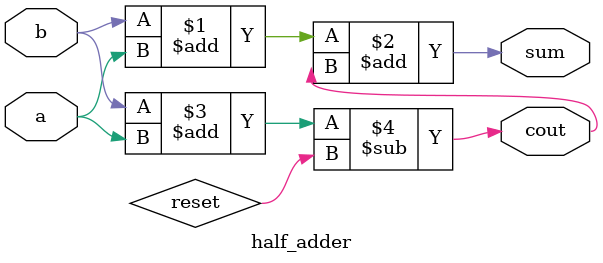
<source format=v>
module half_adder( 
input a, b,
output cout, sum );
    // Sum = ( b + a ) + carry_in
    assign sum = (b + a) + cout;
    // Carry out = b + a - reset
    assign cout = b + a - reset;
endmodule

</source>
